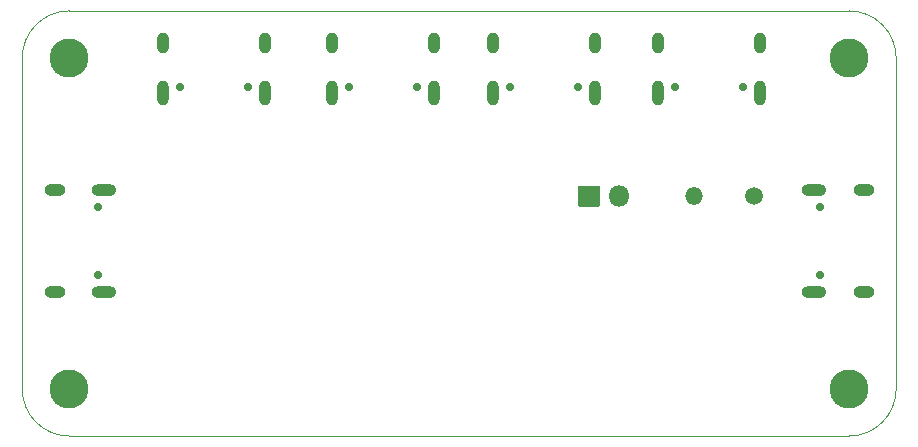
<source format=gbr>
%TF.GenerationSoftware,KiCad,Pcbnew,(5.1.12)-1*%
%TF.CreationDate,2022-03-20T11:52:15+09:00*%
%TF.ProjectId,NHK2022_usbc,4e484b32-3032-4325-9f75-7362632e6b69,rev?*%
%TF.SameCoordinates,PX29020c0PY4e33880*%
%TF.FileFunction,Soldermask,Bot*%
%TF.FilePolarity,Negative*%
%FSLAX46Y46*%
G04 Gerber Fmt 4.6, Leading zero omitted, Abs format (unit mm)*
G04 Created by KiCad (PCBNEW (5.1.12)-1) date 2022-03-20 11:52:15*
%MOMM*%
%LPD*%
G01*
G04 APERTURE LIST*
%TA.AperFunction,Profile*%
%ADD10C,0.050000*%
%TD*%
%ADD11C,3.302000*%
%ADD12O,1.502000X1.502000*%
%ADD13C,1.502000*%
%ADD14O,1.802000X1.802000*%
%ADD15C,0.702000*%
%ADD16O,1.002000X1.802000*%
%ADD17O,1.002000X2.102000*%
%ADD18O,1.802000X1.002000*%
%ADD19O,2.102000X1.002000*%
G04 APERTURE END LIST*
D10*
X43000000Y-50000000D02*
X43000000Y-78000000D01*
X47000000Y-82000000D02*
G75*
G02*
X43000000Y-78000000I0J4000000D01*
G01*
X43000000Y-50000000D02*
G75*
G02*
X47000000Y-46000000I4000000J0D01*
G01*
X117000000Y-50000000D02*
X117000000Y-78000000D01*
X117000000Y-78000000D02*
G75*
G02*
X113000000Y-82000000I-4000000J0D01*
G01*
X113000000Y-46000000D02*
G75*
G02*
X117000000Y-50000000I0J-4000000D01*
G01*
X113000000Y-46000000D02*
X47000000Y-46000000D01*
X47000000Y-82000000D02*
X113000000Y-82000000D01*
X43000000Y-50000000D02*
X43000000Y-78000000D01*
X47000000Y-82000000D02*
G75*
G02*
X43000000Y-78000000I0J4000000D01*
G01*
X43000000Y-50000000D02*
G75*
G02*
X47000000Y-46000000I4000000J0D01*
G01*
X117000000Y-50000000D02*
X117000000Y-78000000D01*
X117000000Y-78000000D02*
G75*
G02*
X113000000Y-82000000I-4000000J0D01*
G01*
X113000000Y-46000000D02*
G75*
G02*
X117000000Y-50000000I0J-4000000D01*
G01*
X113000000Y-46000000D02*
X47000000Y-46000000D01*
X47000000Y-82000000D02*
X113000000Y-82000000D01*
D11*
%TO.C,REF\u002A\u002A*%
X113000000Y-78000000D03*
%TD*%
%TO.C,REF\u002A\u002A*%
X47000000Y-78000000D03*
%TD*%
%TO.C,REF\u002A\u002A*%
X113000000Y-50000000D03*
%TD*%
%TO.C,REF\u002A\u002A*%
X47000000Y-50000000D03*
%TD*%
D12*
%TO.C,R1*%
X99870000Y-61690000D03*
D13*
X104950000Y-61690000D03*
%TD*%
D14*
%TO.C,JP1*%
X93540000Y-61690000D03*
G36*
G01*
X91850000Y-62591000D02*
X90150000Y-62591000D01*
G75*
G02*
X90099000Y-62540000I0J51000D01*
G01*
X90099000Y-60840000D01*
G75*
G02*
X90150000Y-60789000I51000J0D01*
G01*
X91850000Y-60789000D01*
G75*
G02*
X91901000Y-60840000I0J-51000D01*
G01*
X91901000Y-62540000D01*
G75*
G02*
X91850000Y-62591000I-51000J0D01*
G01*
G37*
%TD*%
D15*
%TO.C,J4*%
X90060000Y-52440000D03*
X84280000Y-52440000D03*
D16*
X82850000Y-48750000D03*
X91490000Y-48750000D03*
D17*
X82850000Y-52920000D03*
X91490000Y-52920000D03*
%TD*%
D15*
%TO.C,J5*%
X104030000Y-52440000D03*
X98250000Y-52440000D03*
D16*
X96820000Y-48750000D03*
X105460000Y-48750000D03*
D17*
X96820000Y-52920000D03*
X105460000Y-52920000D03*
%TD*%
D15*
%TO.C,J3*%
X76410000Y-52440000D03*
X70630000Y-52440000D03*
D16*
X69200000Y-48750000D03*
X77840000Y-48750000D03*
D17*
X69200000Y-52920000D03*
X77840000Y-52920000D03*
%TD*%
D15*
%TO.C,J2*%
X62120000Y-52440000D03*
X56340000Y-52440000D03*
D16*
X54910000Y-48750000D03*
X63550000Y-48750000D03*
D17*
X54910000Y-52920000D03*
X63550000Y-52920000D03*
%TD*%
D15*
%TO.C,J6*%
X110550000Y-68390000D03*
X110550000Y-62610000D03*
D18*
X114240000Y-61180000D03*
X114240000Y-69820000D03*
D19*
X110070000Y-61180000D03*
X110070000Y-69820000D03*
%TD*%
D15*
%TO.C,J1*%
X49450000Y-62610000D03*
X49450000Y-68390000D03*
D18*
X45760000Y-69820000D03*
X45760000Y-61180000D03*
D19*
X49930000Y-69820000D03*
X49930000Y-61180000D03*
%TD*%
M02*

</source>
